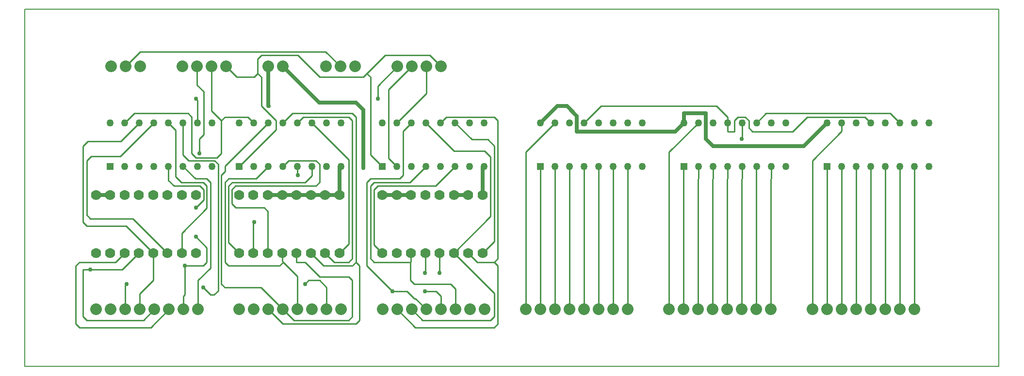
<source format=gbr>
G04 PROTEUS GERBER X2 FILE*
%TF.GenerationSoftware,Labcenter,Proteus,8.6-SP2-Build23525*%
%TF.CreationDate,2024-06-03T09:11:02+00:00*%
%TF.FileFunction,Copper,L2,Bot*%
%TF.FilePolarity,Positive*%
%TF.Part,Single*%
%FSLAX45Y45*%
%MOMM*%
G01*
%TA.AperFunction,Conductor*%
%ADD10C,0.254000*%
%ADD11C,0.635000*%
%TA.AperFunction,ViaPad*%
%ADD12C,0.762000*%
%TA.AperFunction,ComponentPad*%
%ADD13R,1.270000X1.270000*%
%ADD14C,1.270000*%
%TA.AperFunction,ComponentPad*%
%ADD15C,2.032000*%
%TA.AperFunction,ComponentPad*%
%ADD16C,1.778000*%
%TA.AperFunction,Profile*%
%ADD17C,0.203200*%
%TD.AperFunction*%
D10*
X+1254000Y-738000D02*
X+742000Y-1250000D01*
X+742000Y-4000000D01*
X+1000000Y-1500000D02*
X+996000Y-1504000D01*
X+996000Y-4000000D01*
X+1254000Y-1500000D02*
X+1250000Y-1504000D01*
X+1250000Y-4000000D01*
X+1508000Y-1500000D02*
X+1504000Y-1504000D01*
X+1504000Y-4000000D01*
X+1762000Y-1500000D02*
X+1758000Y-1504000D01*
X+1758000Y-4000000D01*
X+2016000Y-1500000D02*
X+2016000Y-1714500D01*
X+2012000Y-1718500D01*
X+2012000Y-4000000D01*
X+2270000Y-1500000D02*
X+2270000Y-1714500D01*
X+2266000Y-1718500D01*
X+2266000Y-4000000D01*
X+2524000Y-1500000D02*
X+2524000Y-1714500D01*
X+2520000Y-1718500D01*
X+2520000Y-4000000D01*
X+4262000Y-635000D02*
X+4071500Y-444500D01*
X+2055500Y-444500D01*
X+1762000Y-738000D01*
X+4262000Y-738000D02*
X+4262000Y-889000D01*
X+4381500Y-889000D01*
X+4381500Y-698500D01*
X+4445000Y-635000D01*
X+4572000Y-635000D01*
X+4635500Y-698500D01*
X+4635500Y-825500D01*
X+4699000Y-889000D01*
X+5397500Y-889000D01*
X+5651500Y-635000D01*
X+6659000Y-635000D01*
X+6762000Y-738000D01*
X+4262000Y-738000D02*
X+4262000Y-635000D01*
X+3754000Y-738000D02*
X+3242000Y-1250000D01*
X+3242000Y-4000000D01*
X+3500000Y-1500000D02*
X+3496000Y-1504000D01*
X+3496000Y-4000000D01*
X+3754000Y-1500000D02*
X+3754000Y-1714500D01*
X+3750000Y-1718500D01*
X+3750000Y-4000000D01*
X+4008000Y-1500000D02*
X+4008000Y-1714500D01*
X+4004000Y-1718500D01*
X+4004000Y-4000000D01*
X+4262000Y-1500000D02*
X+4262000Y-1714500D01*
X+4258000Y-1718500D01*
X+4258000Y-4000000D01*
X+4516000Y-1500000D02*
X+4516000Y-1714500D01*
X+4512000Y-1718500D01*
X+4512000Y-4000000D01*
X+4770000Y-1500000D02*
X+4766000Y-1504000D01*
X+4766000Y-4000000D01*
X+5024000Y-1500000D02*
X+5024000Y-1714500D01*
X+5020000Y-1718500D01*
X+5020000Y-4000000D01*
X+6254000Y-738000D02*
X+6254000Y-885000D01*
X+5742000Y-1397000D01*
X+5742000Y-4000000D01*
X+6000000Y-1500000D02*
X+6000000Y-1714500D01*
X+5996000Y-1718500D01*
X+5996000Y-4000000D01*
X+6254000Y-1500000D02*
X+6254000Y-1714500D01*
X+6250000Y-1718500D01*
X+6250000Y-4000000D01*
X+6508000Y-1500000D02*
X+6504000Y-1504000D01*
X+6504000Y-4000000D01*
X+6762000Y-1500000D02*
X+6762000Y-1714500D01*
X+6758000Y-1718500D01*
X+6758000Y-4000000D01*
X+7016000Y-1500000D02*
X+7016000Y-1714500D01*
X+7012000Y-1718500D01*
X+7012000Y-4000000D01*
X+7270000Y-1500000D02*
X+7270000Y-1714500D01*
X+7266000Y-1718500D01*
X+7266000Y-4000000D01*
X+7524000Y-1500000D02*
X+7524000Y-1714500D01*
X+7520000Y-1718500D01*
X+7520000Y-4000000D01*
X-1841500Y-317500D02*
X-1841500Y-91500D01*
X-1500000Y+250000D01*
X-5016500Y-317500D02*
X-4988000Y-346000D01*
X-4988000Y-738000D01*
X-4889500Y-3619500D02*
X-4762500Y-3746500D01*
X-4699000Y-3746500D01*
X-4627600Y-3675100D01*
X-4627600Y-1460500D01*
X-4691100Y-1397000D01*
X-5143500Y-1397000D01*
X-5242000Y-1298500D01*
X-5242000Y-738000D01*
X-5262000Y-3016000D02*
X-5262000Y-2667000D01*
X-4826000Y-2231000D01*
X-4826000Y-1841500D01*
X-4889500Y-1778000D01*
X-5270500Y-1778000D01*
X-5369000Y-1679500D01*
X-5369000Y-865000D01*
X-5496000Y-738000D01*
X-5512000Y-3016000D02*
X-6115000Y-2413000D01*
X-6858000Y-2413000D01*
X-6921500Y-2349500D01*
X-6921500Y-1397000D01*
X-6847722Y-1323222D01*
X-6335222Y-1323222D01*
X-5750000Y-738000D01*
X-6223000Y-3556000D02*
X-6250000Y-3583000D01*
X-6250000Y-4000000D01*
X-5762000Y-3016000D02*
X-6238000Y-2540000D01*
X-6921500Y-2540000D01*
X-6985000Y-2476500D01*
X-6985000Y-1143000D01*
X-6900091Y-1058091D01*
X-6324091Y-1058091D01*
X-6004000Y-738000D01*
X-5762000Y-3016000D02*
X-5762000Y-3492500D01*
X-5996000Y-3726500D01*
X-5996000Y-4000000D01*
X-6858000Y-3302000D02*
X-6298000Y-3302000D01*
X-6012000Y-3016000D01*
X-6985000Y-3302000D02*
X-6985000Y-4127500D01*
X-6921500Y-4191000D01*
X-5933000Y-4191000D01*
X-5742000Y-4000000D01*
X-6985000Y-3302000D02*
X-6858000Y-3302000D01*
X-6262000Y-3016000D02*
X-6421000Y-3175000D01*
X-7048500Y-3175000D01*
X-7112000Y-3238500D01*
X-7112000Y-4254500D01*
X-7048500Y-4318000D01*
X-5806000Y-4318000D01*
X-5488000Y-4000000D01*
X-5207000Y-3238500D02*
X-5207000Y-3746500D01*
X-5234000Y-3773500D01*
X-5234000Y-4000000D01*
X-5016500Y-2222500D02*
X-4880900Y-2086900D01*
X-4880900Y-1905000D01*
X-4944400Y-1841500D01*
X-5397500Y-1841500D01*
X-5496000Y-1743000D01*
X-5496000Y-1500000D01*
X-5207000Y-3238500D02*
X-4889500Y-3238500D01*
X-4826000Y-3175000D01*
X-4826000Y-2921000D01*
X-5016500Y-2730500D01*
X-4980000Y-4000000D02*
X-4980000Y-3492500D01*
X-4762500Y-3275000D01*
X-4762500Y-1778000D01*
X-4826000Y-1714500D01*
X-5027500Y-1714500D01*
X-5242000Y-1500000D01*
X-2512000Y-3016000D02*
X-2349500Y-2853500D01*
X-2349500Y-1380500D01*
X-2992000Y-738000D01*
X-2762000Y-3016000D02*
X-2603000Y-3175000D01*
X-2349500Y-3175000D01*
X-2286000Y-3111500D01*
X-2286000Y-698500D01*
X-2349500Y-635000D01*
X-3143000Y-635000D01*
X-3246000Y-738000D01*
X-2222500Y-3175000D02*
X-2222500Y-635000D01*
X-2286000Y-571500D01*
X-3333500Y-571500D01*
X-3500000Y-738000D01*
X-2222500Y-3175000D02*
X-2159000Y-3238500D01*
X-2159000Y-4191000D01*
X-2222500Y-4254500D01*
X-3495500Y-4254500D01*
X-3750000Y-4000000D01*
X-2222500Y-3175000D02*
X-2286000Y-3238500D01*
X-2789500Y-3238500D01*
X-3012000Y-3016000D01*
X-3496000Y-4000000D02*
X-3876500Y-3619500D01*
X-4508500Y-3619500D01*
X-4572000Y-3556000D01*
X-4572000Y-1651000D01*
X-4508500Y-1587500D01*
X-4508500Y-1492500D01*
X-3754000Y-738000D01*
X-3496000Y-4000000D02*
X-3305000Y-4191000D01*
X-2349500Y-4191000D01*
X-2286000Y-4127500D01*
X-2286000Y-3492500D01*
X-2349500Y-3429000D01*
X-2857500Y-3429000D01*
X-3111500Y-3175000D01*
X-3262000Y-3175000D01*
X-3262000Y-3016000D01*
X-3492500Y-3175000D02*
X-3556000Y-3238500D01*
X-4445000Y-3238500D01*
X-4508500Y-3175000D01*
X-4508500Y-1778000D01*
X-4445000Y-1714500D01*
X-3968500Y-1714500D01*
X-3754000Y-1500000D01*
X-3492500Y-3175000D02*
X-3242000Y-3425500D01*
X-3242000Y-4000000D01*
X-3492500Y-3175000D02*
X-3512000Y-3155500D01*
X-3512000Y-3016000D01*
X-3762000Y-3016000D02*
X-3762000Y-2286000D01*
X-3825500Y-2222500D01*
X-4318000Y-2222500D01*
X-4391600Y-2148900D01*
X-4391600Y-1905000D01*
X-4328100Y-1841500D01*
X-2921000Y-1841500D01*
X-2857500Y-1778000D01*
X-2857500Y-1460500D01*
X-2921000Y-1397000D01*
X-3397000Y-1397000D01*
X-3500000Y-1500000D01*
X-4012000Y-3016000D02*
X-4012000Y-2488000D01*
X-4000500Y-2476500D01*
X-3238500Y-1651000D02*
X-3246000Y-1643500D01*
X-3246000Y-1500000D01*
X-3111500Y-3556000D02*
X-3048000Y-3492500D01*
X-2857500Y-3492500D01*
X-2734000Y-3616000D01*
X-2734000Y-4000000D01*
X-4262000Y-3016000D02*
X-4445000Y-2833000D01*
X-4445000Y-1841500D01*
X-4381500Y-1778000D01*
X-3111500Y-1778000D01*
X-2992000Y-1658500D01*
X-2992000Y-1500000D01*
X-12000Y-3016000D02*
X+190500Y-2813500D01*
X+190500Y-1143000D01*
X+77850Y-1030350D01*
X-199650Y-1030350D01*
X-492000Y-738000D01*
X+190500Y-3175000D02*
X+254000Y-3111500D01*
X+254000Y-698500D01*
X+190500Y-635000D01*
X-643000Y-635000D01*
X-746000Y-738000D01*
X+190500Y-3175000D02*
X+254000Y-3238500D01*
X+254000Y-4254500D01*
X+190500Y-4318000D01*
X-1186000Y-4318000D01*
X-1504000Y-4000000D01*
X+190500Y-3175000D02*
X-103000Y-3175000D01*
X-262000Y-3016000D01*
X-512000Y-3016000D02*
X+127000Y-2377000D01*
X+127000Y-1333500D01*
X+21682Y-1228182D01*
X-509818Y-1228182D01*
X-1000000Y-738000D01*
X-512000Y-3016000D02*
X+190500Y-3718500D01*
X+190500Y-4127500D01*
X+127000Y-4191000D01*
X-1059000Y-4191000D01*
X-1250000Y-4000000D01*
X-1333500Y-3683000D02*
X-1587500Y-3683000D01*
X-762000Y-3365500D02*
X-762000Y-3016000D01*
X-1587500Y-3683000D02*
X-2032000Y-3238500D01*
X-2032000Y-1778000D01*
X-1968500Y-1714500D01*
X-1460500Y-1714500D01*
X-1397000Y-1651000D01*
X-1397000Y-881000D01*
X-1254000Y-738000D01*
X-1333500Y-3683000D02*
X-1206500Y-3810000D01*
X-1186000Y-3810000D01*
X-996000Y-4000000D01*
X-1016000Y-3683000D02*
X-825500Y-3683000D01*
X-742000Y-3766500D01*
X-742000Y-4000000D01*
X-1012000Y-3016000D02*
X-1012000Y-3361500D01*
X-1016000Y-3365500D01*
X-1270000Y-3175000D02*
X-1270000Y-3492500D01*
X-1206500Y-3556000D01*
X-571500Y-3556000D01*
X-488000Y-3639500D01*
X-488000Y-4000000D01*
X-1270000Y-3175000D02*
X-1262000Y-3167000D01*
X-1262000Y-3016000D01*
X-1333500Y-3175000D02*
X-1905000Y-3175000D01*
X-1968500Y-3111500D01*
X-1968500Y-1841500D01*
X-1905000Y-1778000D01*
X-1278000Y-1778000D01*
X-1000000Y-1500000D01*
X-1333500Y-3175000D02*
X-1270000Y-3175000D01*
X-1762000Y-3016000D02*
X-1905000Y-2873000D01*
X-1905000Y-1905000D01*
X-1841500Y-1841500D01*
X-833500Y-1841500D01*
X-492000Y-1500000D01*
X-1508000Y-1500000D02*
X-1651000Y-1357000D01*
X-1651000Y-155000D01*
X-1246000Y+250000D01*
X-4953000Y-1270000D02*
X-4953000Y-1016000D01*
X-4881600Y-944600D01*
X-4881600Y-190500D01*
X-4996000Y-76100D01*
X-4996000Y+250000D01*
X-2496000Y+250000D02*
X-2754000Y+508000D01*
X-5988760Y+508000D01*
X-6246760Y+250000D01*
X+4770000Y-738000D02*
X+4936500Y-571500D01*
X+7103500Y-571500D01*
X+7270000Y-738000D01*
D11*
X-2095500Y-1270000D02*
X-2095500Y-508000D01*
X-2222500Y-381000D01*
X-2865000Y-381000D01*
X-3496000Y+250000D01*
X-2095500Y-1524000D02*
X-2095500Y-1270000D01*
X+16000Y-1500000D02*
X-12000Y-1528000D01*
X-12000Y-2000000D01*
X-2484000Y-1500000D02*
X-2512000Y-1528000D01*
X-2512000Y-2000000D01*
X-6512000Y-2000000D02*
X-6762000Y-2000000D01*
X-512000Y-2000000D02*
X-262000Y-2000000D01*
X-2762000Y-2000000D02*
X-2512000Y-2000000D01*
X-3512000Y-2000000D02*
X-3262000Y-2000000D01*
X-3012000Y-2000000D01*
X-1512000Y-2000000D02*
X-1262000Y-2000000D01*
X-1512000Y-2000000D02*
X-1762000Y-2000000D01*
X-3012000Y-2000000D02*
X-2762000Y-2000000D01*
X-3762000Y-2000000D02*
X-3512000Y-2000000D01*
D10*
X-1508000Y-738000D02*
X-992000Y-222000D01*
X-992000Y+250000D01*
X-4572000Y-698500D02*
X-4572000Y-1270000D01*
X-4648200Y-1346200D01*
X-5016500Y-1346200D01*
X-5091149Y-1271551D01*
X-5091149Y-635000D01*
X-5154649Y-571500D01*
X-6091500Y-571500D01*
X-6258000Y-738000D01*
X-4572000Y-698500D02*
X-4742000Y-528500D01*
X-4742000Y+250000D01*
X-4008000Y-738000D02*
X-4111000Y-635000D01*
X-4508500Y-635000D01*
X-4572000Y-698500D01*
X+4508500Y-1016000D02*
X+4516000Y-1008500D01*
X+4516000Y-738000D01*
X-4262000Y-1500000D02*
X-3619500Y-857500D01*
X-3619500Y-698500D01*
X-3873500Y-444500D01*
X-3873500Y+63500D01*
X-3937000Y+127000D01*
X-2032000Y+127000D02*
X-1968500Y+63500D01*
X-1968500Y-1293500D01*
X-1762000Y-1500000D01*
X-2032000Y+127000D02*
X-1714500Y+444500D01*
X-932500Y+444500D01*
X-738000Y+250000D01*
X-3937000Y+127000D02*
X-4000500Y+63500D01*
X-4301500Y+63500D01*
X-4488000Y+250000D01*
X-2032000Y+127000D02*
X-2095500Y+63500D01*
X-2857500Y+63500D01*
X-3238500Y+444500D01*
X-3873500Y+444500D01*
X-3937000Y+381000D01*
X-3937000Y+127000D01*
D11*
X-3746500Y-444500D02*
X-3750000Y-441000D01*
X-3750000Y+250000D01*
X+1000000Y-738000D02*
X+1293500Y-444500D01*
X+1460500Y-444500D01*
X+1635000Y-619000D01*
X+1635000Y-889000D01*
X+3349000Y-889000D01*
X+3500000Y-738000D01*
X+3500000Y-571500D01*
X+3881000Y-571500D01*
X+3881000Y-1016000D01*
X+4008000Y-1143000D01*
X+5595000Y-1143000D01*
X+6000000Y-738000D01*
D12*
X-1841500Y-317500D03*
X-5016500Y-317500D03*
X-4889500Y-3619500D03*
X-6223000Y-3556000D03*
X-6858000Y-3302000D03*
X-5016500Y-2222500D03*
X-5016500Y-2730500D03*
X-5207000Y-3238500D03*
X-4000500Y-2476500D03*
X-3238500Y-1651000D03*
X-3111500Y-3556000D03*
X-762000Y-3365500D03*
X-1587500Y-3683000D03*
X-1016000Y-3683000D03*
X-1016000Y-3365500D03*
X-4953000Y-1270000D03*
X-2095500Y-1270000D03*
X-2095500Y-1524000D03*
X+4508500Y-1016000D03*
X-3746500Y-444500D03*
D13*
X+1000000Y-1500000D03*
D14*
X+1254000Y-1500000D03*
X+1508000Y-1500000D03*
X+1762000Y-1500000D03*
X+2016000Y-1500000D03*
X+2270000Y-1500000D03*
X+2524000Y-1500000D03*
X+2778000Y-1500000D03*
X+2778000Y-738000D03*
X+2524000Y-738000D03*
X+2270000Y-738000D03*
X+2016000Y-738000D03*
X+1762000Y-738000D03*
X+1508000Y-738000D03*
X+1254000Y-738000D03*
X+1000000Y-738000D03*
D13*
X+3500000Y-1500000D03*
D14*
X+3754000Y-1500000D03*
X+4008000Y-1500000D03*
X+4262000Y-1500000D03*
X+4516000Y-1500000D03*
X+4770000Y-1500000D03*
X+5024000Y-1500000D03*
X+5278000Y-1500000D03*
X+5278000Y-738000D03*
X+5024000Y-738000D03*
X+4770000Y-738000D03*
X+4516000Y-738000D03*
X+4262000Y-738000D03*
X+4008000Y-738000D03*
X+3754000Y-738000D03*
X+3500000Y-738000D03*
D13*
X+6000000Y-1500000D03*
D14*
X+6254000Y-1500000D03*
X+6508000Y-1500000D03*
X+6762000Y-1500000D03*
X+7016000Y-1500000D03*
X+7270000Y-1500000D03*
X+7524000Y-1500000D03*
X+7778000Y-1500000D03*
X+7778000Y-738000D03*
X+7524000Y-738000D03*
X+7270000Y-738000D03*
X+7016000Y-738000D03*
X+6762000Y-738000D03*
X+6508000Y-738000D03*
X+6254000Y-738000D03*
X+6000000Y-738000D03*
D15*
X-6500760Y+250000D03*
X-6246760Y+250000D03*
X-5992760Y+250000D03*
X+742000Y-4000000D03*
X+996000Y-4000000D03*
X+1250000Y-4000000D03*
X+1504000Y-4000000D03*
X+1758000Y-4000000D03*
X+2012000Y-4000000D03*
X+2266000Y-4000000D03*
X+2520000Y-4000000D03*
X-6758000Y-4000000D03*
X-6504000Y-4000000D03*
X-6250000Y-4000000D03*
X-5996000Y-4000000D03*
X-5742000Y-4000000D03*
X-5488000Y-4000000D03*
X-5234000Y-4000000D03*
X-4980000Y-4000000D03*
D13*
X-6512000Y-1500000D03*
D14*
X-6258000Y-1500000D03*
X-6004000Y-1500000D03*
X-5750000Y-1500000D03*
X-5496000Y-1500000D03*
X-5242000Y-1500000D03*
X-4988000Y-1500000D03*
X-4734000Y-1500000D03*
X-4734000Y-738000D03*
X-4988000Y-738000D03*
X-5242000Y-738000D03*
X-5496000Y-738000D03*
X-5750000Y-738000D03*
X-6004000Y-738000D03*
X-6258000Y-738000D03*
X-6512000Y-738000D03*
D13*
X-4262000Y-1500000D03*
D14*
X-4008000Y-1500000D03*
X-3754000Y-1500000D03*
X-3500000Y-1500000D03*
X-3246000Y-1500000D03*
X-2992000Y-1500000D03*
X-2738000Y-1500000D03*
X-2484000Y-1500000D03*
X-2484000Y-738000D03*
X-2738000Y-738000D03*
X-2992000Y-738000D03*
X-3246000Y-738000D03*
X-3500000Y-738000D03*
X-3754000Y-738000D03*
X-4008000Y-738000D03*
X-4262000Y-738000D03*
D13*
X-1762000Y-1500000D03*
D14*
X-1508000Y-1500000D03*
X-1254000Y-1500000D03*
X-1000000Y-1500000D03*
X-746000Y-1500000D03*
X-492000Y-1500000D03*
X-238000Y-1500000D03*
X+16000Y-1500000D03*
X+16000Y-738000D03*
X-238000Y-738000D03*
X-492000Y-738000D03*
X-746000Y-738000D03*
X-1000000Y-738000D03*
X-1254000Y-738000D03*
X-1508000Y-738000D03*
X-1762000Y-738000D03*
D15*
X-4258000Y-4000000D03*
X-4004000Y-4000000D03*
X-3750000Y-4000000D03*
X-3496000Y-4000000D03*
X-3242000Y-4000000D03*
X-2988000Y-4000000D03*
X-2734000Y-4000000D03*
X-2480000Y-4000000D03*
X-1758000Y-4000000D03*
X-1504000Y-4000000D03*
X-1250000Y-4000000D03*
X-996000Y-4000000D03*
X-742000Y-4000000D03*
X-488000Y-4000000D03*
X-234000Y-4000000D03*
X+20000Y-4000000D03*
D16*
X-6762000Y-2000000D03*
X-6762000Y-3016000D03*
X-6512000Y-2000000D03*
X-6512000Y-3016000D03*
X-6262000Y-2000000D03*
X-6262000Y-3016000D03*
X-6012000Y-2000000D03*
X-6012000Y-3016000D03*
X-5762000Y-2000000D03*
X-5762000Y-3016000D03*
X-5512000Y-2000000D03*
X-5512000Y-3016000D03*
X-5262000Y-2000000D03*
X-5262000Y-3016000D03*
X-5012000Y-2000000D03*
X-5012000Y-3016000D03*
X-4262000Y-2000000D03*
X-4262000Y-3016000D03*
X-4012000Y-2000000D03*
X-4012000Y-3016000D03*
X-3762000Y-2000000D03*
X-3762000Y-3016000D03*
X-3512000Y-2000000D03*
X-3512000Y-3016000D03*
X-3262000Y-2000000D03*
X-3262000Y-3016000D03*
X-3012000Y-2000000D03*
X-3012000Y-3016000D03*
X-2762000Y-2000000D03*
X-2762000Y-3016000D03*
X-2512000Y-2000000D03*
X-2512000Y-3016000D03*
X-1762000Y-2000000D03*
X-1762000Y-3016000D03*
X-1512000Y-2000000D03*
X-1512000Y-3016000D03*
X-1262000Y-2000000D03*
X-1262000Y-3016000D03*
X-1012000Y-2000000D03*
X-1012000Y-3016000D03*
X-762000Y-2000000D03*
X-762000Y-3016000D03*
X-512000Y-2000000D03*
X-512000Y-3016000D03*
X-262000Y-2000000D03*
X-262000Y-3016000D03*
X-12000Y-2000000D03*
X-12000Y-3016000D03*
D15*
X+3242000Y-4000000D03*
X+3496000Y-4000000D03*
X+3750000Y-4000000D03*
X+4004000Y-4000000D03*
X+4258000Y-4000000D03*
X+4512000Y-4000000D03*
X+4766000Y-4000000D03*
X+5020000Y-4000000D03*
X+5742000Y-4000000D03*
X+5996000Y-4000000D03*
X+6250000Y-4000000D03*
X+6504000Y-4000000D03*
X+6758000Y-4000000D03*
X+7012000Y-4000000D03*
X+7266000Y-4000000D03*
X+7520000Y-4000000D03*
X-5250000Y+250000D03*
X-4996000Y+250000D03*
X-4742000Y+250000D03*
X-4488000Y+250000D03*
X-3750000Y+250000D03*
X-3496000Y+250000D03*
X-2750000Y+250000D03*
X-2496000Y+250000D03*
X-2242000Y+250000D03*
X-1500000Y+250000D03*
X-1246000Y+250000D03*
X-992000Y+250000D03*
X-738000Y+250000D03*
D17*
X-8000000Y-5000000D02*
X+9000000Y-5000000D01*
X+9000000Y+1250000D01*
X-8000000Y+1250000D01*
X-8000000Y-5000000D01*
M02*

</source>
